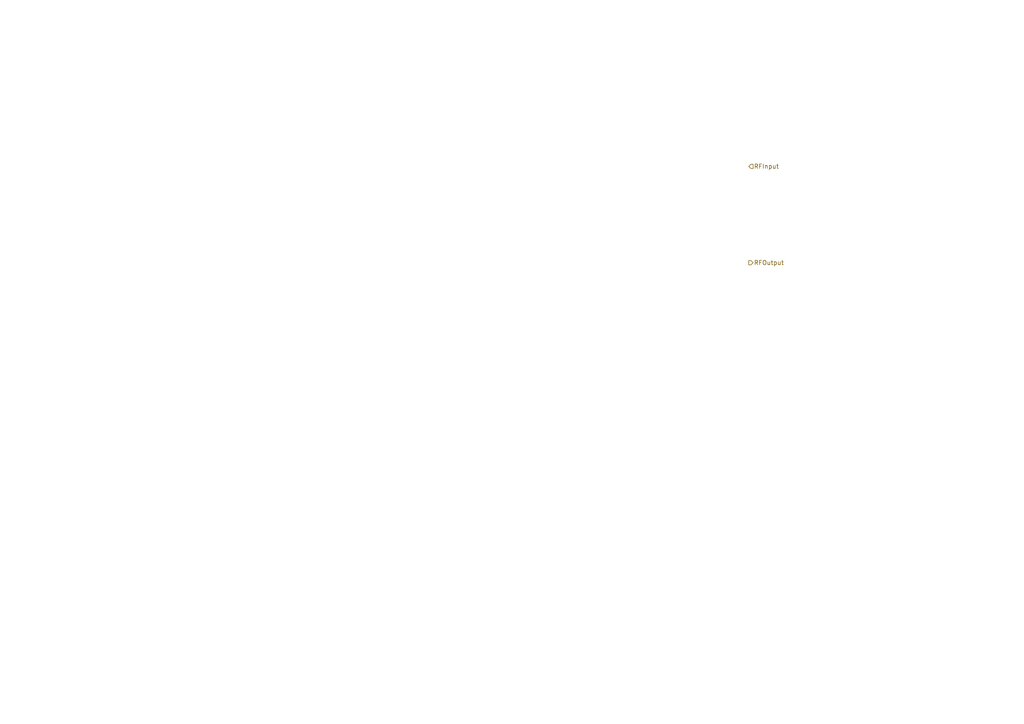
<source format=kicad_sch>
(kicad_sch (version 20211123) (generator eeschema)
  (paper "A4")
  (lib_symbols)
  (hierarchical_label "RFOutput" (shape output) (at 217.17 76.2 0))
  (hierarchical_label "RFInput" (shape input) (at 217.17 48.26 0))
)
</source>
